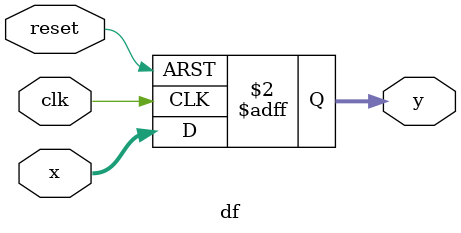
<source format=v>
module df(clk,reset,x,y
    );
input clk,reset;
input signed [15:0] x;
output reg  signed [15:0] y;
always @(posedge clk,posedge reset)
begin
if(reset)
begin
    
    y<=0;
	 
end
else 
begin
  y<=x;
end	 

   
end

endmodule




</source>
